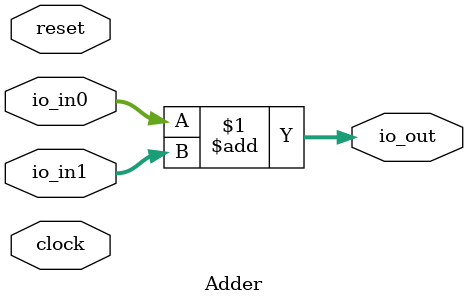
<source format=v>
module Adder(
  input        clock,
  input        reset,
  input  [7:0] io_in0,
  input  [7:0] io_in1,
  output [7:0] io_out
);
  assign io_out = io_in0 + io_in1; // @[Adder.scala 17:10]
endmodule

</source>
